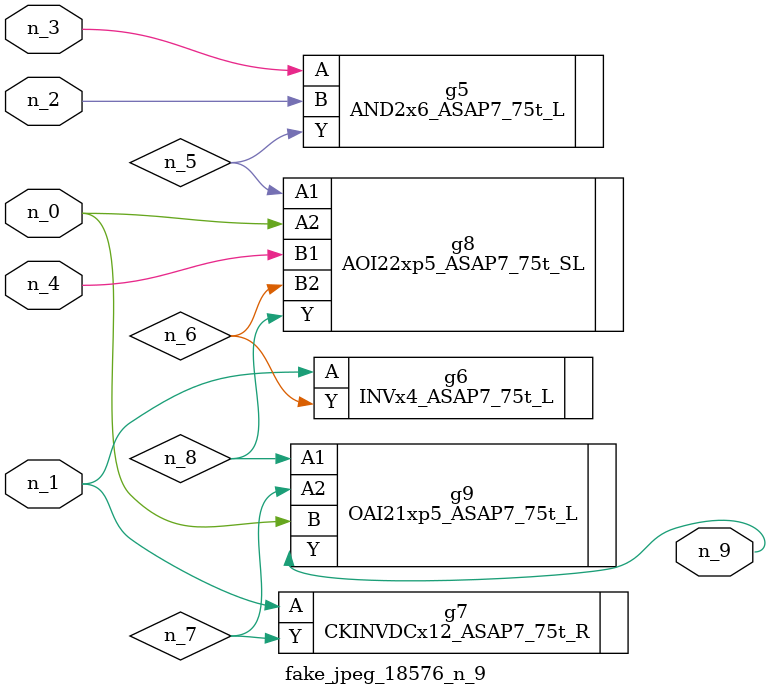
<source format=v>
module fake_jpeg_18576_n_9 (n_3, n_2, n_1, n_0, n_4, n_9);

input n_3;
input n_2;
input n_1;
input n_0;
input n_4;

output n_9;

wire n_8;
wire n_6;
wire n_5;
wire n_7;

AND2x6_ASAP7_75t_L g5 ( 
.A(n_3),
.B(n_2),
.Y(n_5)
);

INVx4_ASAP7_75t_L g6 ( 
.A(n_1),
.Y(n_6)
);

CKINVDCx12_ASAP7_75t_R g7 ( 
.A(n_1),
.Y(n_7)
);

AOI22xp5_ASAP7_75t_SL g8 ( 
.A1(n_5),
.A2(n_0),
.B1(n_4),
.B2(n_6),
.Y(n_8)
);

OAI21xp5_ASAP7_75t_L g9 ( 
.A1(n_8),
.A2(n_7),
.B(n_0),
.Y(n_9)
);


endmodule
</source>
